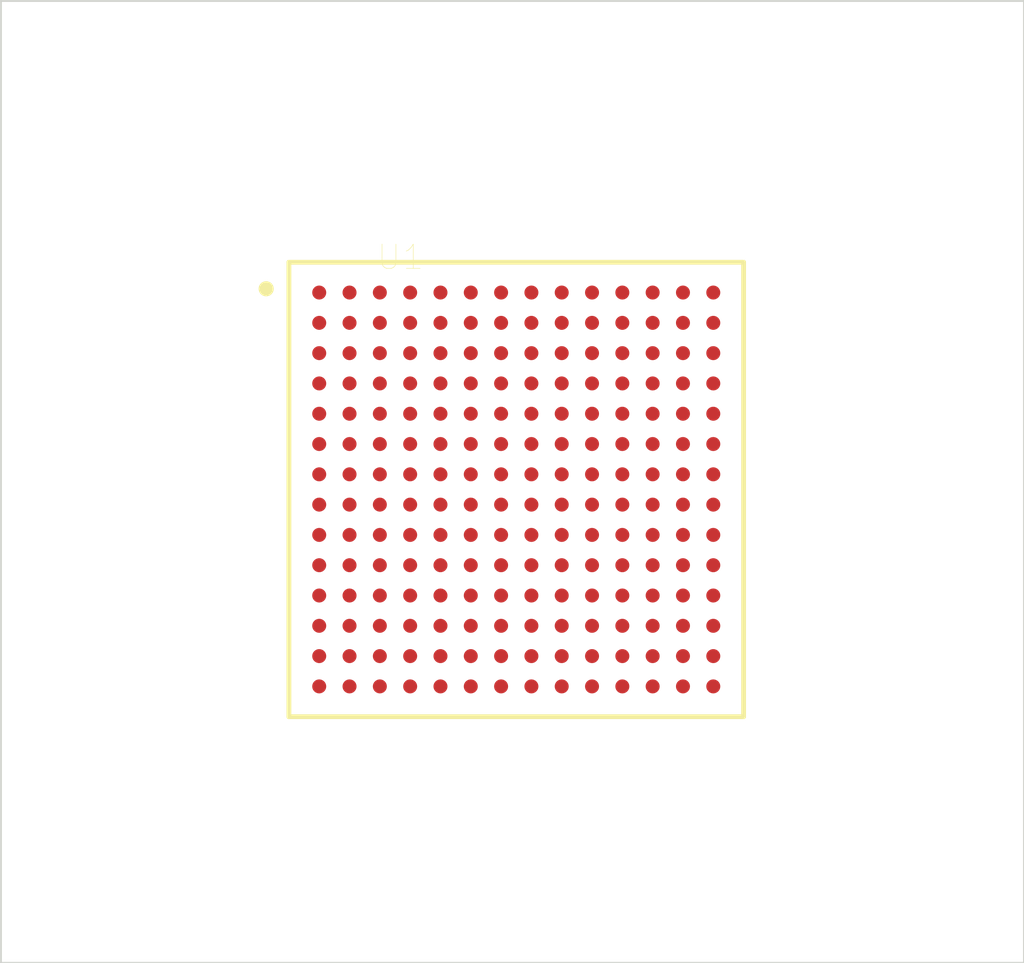
<source format=kicad_pcb>
(kicad_pcb (version 20171130) (host pcbnew "(5.1.4-0-10_14)")

  (general
    (thickness 1.6)
    (drawings 4)
    (tracks 0)
    (zones 0)
    (modules 1)
    (nets 165)
  )

  (page A4)
  (layers
    (0 F.Cu signal)
    (31 B.Cu signal)
    (32 B.Adhes user)
    (33 F.Adhes user)
    (34 B.Paste user)
    (35 F.Paste user)
    (36 B.SilkS user)
    (37 F.SilkS user)
    (38 B.Mask user)
    (39 F.Mask user)
    (40 Dwgs.User user)
    (41 Cmts.User user)
    (42 Eco1.User user)
    (43 Eco2.User user)
    (44 Edge.Cuts user)
    (45 Margin user)
    (46 B.CrtYd user)
    (47 F.CrtYd user)
    (48 B.Fab user)
    (49 F.Fab user)
  )

  (setup
    (last_trace_width 0.25)
    (trace_clearance 0.2)
    (zone_clearance 0.508)
    (zone_45_only no)
    (trace_min 0.2)
    (via_size 0.8)
    (via_drill 0.4)
    (via_min_size 0.4)
    (via_min_drill 0.3)
    (uvia_size 0.3)
    (uvia_drill 0.1)
    (uvias_allowed no)
    (uvia_min_size 0.2)
    (uvia_min_drill 0.1)
    (edge_width 0.05)
    (segment_width 0.2)
    (pcb_text_width 0.3)
    (pcb_text_size 1.5 1.5)
    (mod_edge_width 0.12)
    (mod_text_size 1 1)
    (mod_text_width 0.15)
    (pad_size 1.524 1.524)
    (pad_drill 0.762)
    (pad_to_mask_clearance 0.051)
    (solder_mask_min_width 0.25)
    (aux_axis_origin 0 0)
    (visible_elements FFFFFF7F)
    (pcbplotparams
      (layerselection 0x010fc_ffffffff)
      (usegerberextensions false)
      (usegerberattributes false)
      (usegerberadvancedattributes false)
      (creategerberjobfile false)
      (excludeedgelayer true)
      (linewidth 0.100000)
      (plotframeref false)
      (viasonmask false)
      (mode 1)
      (useauxorigin false)
      (hpglpennumber 1)
      (hpglpenspeed 20)
      (hpglpendiameter 15.000000)
      (psnegative false)
      (psa4output false)
      (plotreference true)
      (plotvalue true)
      (plotinvisibletext false)
      (padsonsilk false)
      (subtractmaskfromsilk false)
      (outputformat 1)
      (mirror false)
      (drillshape 0)
      (scaleselection 1)
      (outputdirectory "gerbers/"))
  )

  (net 0 "")
  (net 1 "Net-(U1-PadA1)")
  (net 2 "Net-(U1-PadP13)")
  (net 3 "Net-(U1-PadP12)")
  (net 4 "Net-(U1-PadP11)")
  (net 5 "Net-(U1-PadP10)")
  (net 6 "Net-(U1-PadP9)")
  (net 7 "Net-(U1-PadP8)")
  (net 8 "Net-(U1-PadP7)")
  (net 9 "Net-(U1-PadP6)")
  (net 10 "Net-(U1-PadP5)")
  (net 11 "Net-(U1-PadP4)")
  (net 12 "Net-(U1-PadP3)")
  (net 13 "Net-(U1-PadP2)")
  (net 14 "Net-(U1-PadN14)")
  (net 15 "Net-(U1-PadN13)")
  (net 16 "Net-(U1-PadN12)")
  (net 17 "Net-(U1-PadN11)")
  (net 18 "Net-(U1-PadN10)")
  (net 19 "Net-(U1-PadN9)")
  (net 20 "Net-(U1-PadN7)")
  (net 21 "Net-(U1-PadN6)")
  (net 22 "Net-(U1-PadN4)")
  (net 23 "Net-(U1-PadN3)")
  (net 24 "Net-(U1-PadN1)")
  (net 25 "Net-(U1-PadM14)")
  (net 26 "Net-(U1-PadM13)")
  (net 27 "Net-(U1-PadM12)")
  (net 28 "Net-(U1-PadM11)")
  (net 29 "Net-(U1-PadM10)")
  (net 30 "Net-(U1-PadM9)")
  (net 31 "Net-(U1-PadM8)")
  (net 32 "Net-(U1-PadM7)")
  (net 33 "Net-(U1-PadM6)")
  (net 34 "Net-(U1-PadM5)")
  (net 35 "Net-(U1-PadM4)")
  (net 36 "Net-(U1-PadM3)")
  (net 37 "Net-(U1-PadM1)")
  (net 38 "Net-(U1-PadL14)")
  (net 39 "Net-(U1-PadL13)")
  (net 40 "Net-(U1-PadL12)")
  (net 41 "Net-(U1-PadL11)")
  (net 42 "Net-(U1-PadL10)")
  (net 43 "Net-(U1-PadL8)")
  (net 44 "Net-(U1-PadL7)")
  (net 45 "Net-(U1-PadL6)")
  (net 46 "Net-(U1-PadL5)")
  (net 47 "Net-(U1-PadL4)")
  (net 48 "Net-(U1-PadL3)")
  (net 49 "Net-(U1-PadL1)")
  (net 50 "Net-(U1-PadK14)")
  (net 51 "Net-(U1-PadK12)")
  (net 52 "Net-(U1-PadK11)")
  (net 53 "Net-(U1-PadK10)")
  (net 54 "Net-(U1-PadK9)")
  (net 55 "Net-(U1-PadK8)")
  (net 56 "Net-(U1-PadK7)")
  (net 57 "Net-(U1-PadK6)")
  (net 58 "Net-(U1-PadK5)")
  (net 59 "Net-(U1-PadK4)")
  (net 60 "Net-(U1-PadK3)")
  (net 61 "Net-(U1-PadK1)")
  (net 62 "Net-(U1-PadJ14)")
  (net 63 "Net-(U1-PadJ13)")
  (net 64 "Net-(U1-PadJ12)")
  (net 65 "Net-(U1-PadJ11)")
  (net 66 "Net-(U1-PadE9)")
  (net 67 "Net-(U1-PadF6)")
  (net 68 "Net-(U1-PadJ6)")
  (net 69 "Net-(U1-PadJ5)")
  (net 70 "Net-(U1-PadJ4)")
  (net 71 "Net-(U1-PadJ3)")
  (net 72 "Net-(U1-PadJ2)")
  (net 73 "Net-(U1-PadJ1)")
  (net 74 "Net-(U1-PadH14)")
  (net 75 "Net-(U1-PadH13)")
  (net 76 "Net-(U1-PadH12)")
  (net 77 "Net-(U1-PadH11)")
  (net 78 "Net-(U1-PadH10)")
  (net 79 "Net-(U1-PadH5)")
  (net 80 "Net-(U1-PadH4)")
  (net 81 "Net-(U1-PadH3)")
  (net 82 "Net-(U1-PadH2)")
  (net 83 "Net-(U1-PadH1)")
  (net 84 "Net-(U1-PadG14)")
  (net 85 "Net-(U1-PadG13)")
  (net 86 "Net-(U1-PadG12)")
  (net 87 "Net-(U1-PadG11)")
  (net 88 "Net-(U1-PadG10)")
  (net 89 "Net-(U1-PadG5)")
  (net 90 "Net-(U1-PadG4)")
  (net 91 "Net-(U1-PadG3)")
  (net 92 "Net-(U1-PadG2)")
  (net 93 "Net-(U1-PadG1)")
  (net 94 "Net-(U1-PadF14)")
  (net 95 "Net-(U1-PadF13)")
  (net 96 "Net-(U1-PadF12)")
  (net 97 "Net-(U1-PadF11)")
  (net 98 "Net-(U1-PadE6)")
  (net 99 "Net-(U1-PadF4)")
  (net 100 "Net-(U1-PadF3)")
  (net 101 "Net-(U1-PadF2)")
  (net 102 "Net-(U1-PadF1)")
  (net 103 "Net-(U1-PadE14)")
  (net 104 "Net-(U1-PadE12)")
  (net 105 "Net-(U1-PadE11)")
  (net 106 "Net-(U1-PadE10)")
  (net 107 "Net-(U1-PadE8)")
  (net 108 "Net-(U1-PadE7)")
  (net 109 "Net-(U1-PadE5)")
  (net 110 "Net-(U1-PadE4)")
  (net 111 "Net-(U1-PadE3)")
  (net 112 "Net-(U1-PadE1)")
  (net 113 "Net-(U1-PadD14)")
  (net 114 "Net-(U1-PadD13)")
  (net 115 "Net-(U1-PadD12)")
  (net 116 "Net-(U1-PadD11)")
  (net 117 "Net-(U1-PadD10)")
  (net 118 "Net-(U1-PadD9)")
  (net 119 "Net-(U1-PadD8)")
  (net 120 "Net-(U1-PadD7)")
  (net 121 "Net-(U1-PadD6)")
  (net 122 "Net-(U1-PadD5)")
  (net 123 "Net-(U1-PadD4)")
  (net 124 "Net-(U1-PadD3)")
  (net 125 "Net-(U1-PadD2)")
  (net 126 "Net-(U1-PadD1)")
  (net 127 "Net-(U1-PadC14)")
  (net 128 "Net-(U1-PadC13)")
  (net 129 "Net-(U1-PadC12)")
  (net 130 "Net-(U1-PadC11)")
  (net 131 "Net-(U1-PadC10)")
  (net 132 "Net-(U1-PadC9)")
  (net 133 "Net-(U1-PadC8)")
  (net 134 "Net-(U1-PadC7)")
  (net 135 "Net-(U1-PadC6)")
  (net 136 "Net-(U1-PadC5)")
  (net 137 "Net-(U1-PadC4)")
  (net 138 "Net-(U1-PadC3)")
  (net 139 "Net-(U1-PadC2)")
  (net 140 "Net-(U1-PadC1)")
  (net 141 "Net-(U1-PadB14)")
  (net 142 "Net-(U1-PadB13)")
  (net 143 "Net-(U1-PadB12)")
  (net 144 "Net-(U1-PadB11)")
  (net 145 "Net-(U1-PadB9)")
  (net 146 "Net-(U1-PadB8)")
  (net 147 "Net-(U1-PadB7)")
  (net 148 "Net-(U1-PadB6)")
  (net 149 "Net-(U1-PadB4)")
  (net 150 "Net-(U1-PadB3)")
  (net 151 "Net-(U1-PadB2)")
  (net 152 "Net-(U1-PadB1)")
  (net 153 "Net-(U1-PadA13)")
  (net 154 "Net-(U1-PadA12)")
  (net 155 "Net-(U1-PadA11)")
  (net 156 "Net-(U1-PadA10)")
  (net 157 "Net-(U1-PadA9)")
  (net 158 "Net-(U1-PadA8)")
  (net 159 "Net-(U1-PadA7)")
  (net 160 "Net-(U1-PadA6)")
  (net 161 "Net-(U1-PadA5)")
  (net 162 "Net-(U1-PadA4)")
  (net 163 "Net-(U1-PadA3)")
  (net 164 "Net-(U1-PadA2)")

  (net_class Default "This is the default net class."
    (clearance 0.2)
    (trace_width 0.25)
    (via_dia 0.8)
    (via_drill 0.4)
    (uvia_dia 0.3)
    (uvia_drill 0.1)
    (add_net "Net-(U1-PadA1)")
    (add_net "Net-(U1-PadA10)")
    (add_net "Net-(U1-PadA11)")
    (add_net "Net-(U1-PadA12)")
    (add_net "Net-(U1-PadA13)")
    (add_net "Net-(U1-PadA2)")
    (add_net "Net-(U1-PadA3)")
    (add_net "Net-(U1-PadA4)")
    (add_net "Net-(U1-PadA5)")
    (add_net "Net-(U1-PadA6)")
    (add_net "Net-(U1-PadA7)")
    (add_net "Net-(U1-PadA8)")
    (add_net "Net-(U1-PadA9)")
    (add_net "Net-(U1-PadB1)")
    (add_net "Net-(U1-PadB11)")
    (add_net "Net-(U1-PadB12)")
    (add_net "Net-(U1-PadB13)")
    (add_net "Net-(U1-PadB14)")
    (add_net "Net-(U1-PadB2)")
    (add_net "Net-(U1-PadB3)")
    (add_net "Net-(U1-PadB4)")
    (add_net "Net-(U1-PadB6)")
    (add_net "Net-(U1-PadB7)")
    (add_net "Net-(U1-PadB8)")
    (add_net "Net-(U1-PadB9)")
    (add_net "Net-(U1-PadC1)")
    (add_net "Net-(U1-PadC10)")
    (add_net "Net-(U1-PadC11)")
    (add_net "Net-(U1-PadC12)")
    (add_net "Net-(U1-PadC13)")
    (add_net "Net-(U1-PadC14)")
    (add_net "Net-(U1-PadC2)")
    (add_net "Net-(U1-PadC3)")
    (add_net "Net-(U1-PadC4)")
    (add_net "Net-(U1-PadC5)")
    (add_net "Net-(U1-PadC6)")
    (add_net "Net-(U1-PadC7)")
    (add_net "Net-(U1-PadC8)")
    (add_net "Net-(U1-PadC9)")
    (add_net "Net-(U1-PadD1)")
    (add_net "Net-(U1-PadD10)")
    (add_net "Net-(U1-PadD11)")
    (add_net "Net-(U1-PadD12)")
    (add_net "Net-(U1-PadD13)")
    (add_net "Net-(U1-PadD14)")
    (add_net "Net-(U1-PadD2)")
    (add_net "Net-(U1-PadD3)")
    (add_net "Net-(U1-PadD4)")
    (add_net "Net-(U1-PadD5)")
    (add_net "Net-(U1-PadD6)")
    (add_net "Net-(U1-PadD7)")
    (add_net "Net-(U1-PadD8)")
    (add_net "Net-(U1-PadD9)")
    (add_net "Net-(U1-PadE1)")
    (add_net "Net-(U1-PadE10)")
    (add_net "Net-(U1-PadE11)")
    (add_net "Net-(U1-PadE12)")
    (add_net "Net-(U1-PadE14)")
    (add_net "Net-(U1-PadE3)")
    (add_net "Net-(U1-PadE4)")
    (add_net "Net-(U1-PadE5)")
    (add_net "Net-(U1-PadE6)")
    (add_net "Net-(U1-PadE7)")
    (add_net "Net-(U1-PadE8)")
    (add_net "Net-(U1-PadE9)")
    (add_net "Net-(U1-PadF1)")
    (add_net "Net-(U1-PadF11)")
    (add_net "Net-(U1-PadF12)")
    (add_net "Net-(U1-PadF13)")
    (add_net "Net-(U1-PadF14)")
    (add_net "Net-(U1-PadF2)")
    (add_net "Net-(U1-PadF3)")
    (add_net "Net-(U1-PadF4)")
    (add_net "Net-(U1-PadF6)")
    (add_net "Net-(U1-PadG1)")
    (add_net "Net-(U1-PadG10)")
    (add_net "Net-(U1-PadG11)")
    (add_net "Net-(U1-PadG12)")
    (add_net "Net-(U1-PadG13)")
    (add_net "Net-(U1-PadG14)")
    (add_net "Net-(U1-PadG2)")
    (add_net "Net-(U1-PadG3)")
    (add_net "Net-(U1-PadG4)")
    (add_net "Net-(U1-PadG5)")
    (add_net "Net-(U1-PadH1)")
    (add_net "Net-(U1-PadH10)")
    (add_net "Net-(U1-PadH11)")
    (add_net "Net-(U1-PadH12)")
    (add_net "Net-(U1-PadH13)")
    (add_net "Net-(U1-PadH14)")
    (add_net "Net-(U1-PadH2)")
    (add_net "Net-(U1-PadH3)")
    (add_net "Net-(U1-PadH4)")
    (add_net "Net-(U1-PadH5)")
    (add_net "Net-(U1-PadJ1)")
    (add_net "Net-(U1-PadJ11)")
    (add_net "Net-(U1-PadJ12)")
    (add_net "Net-(U1-PadJ13)")
    (add_net "Net-(U1-PadJ14)")
    (add_net "Net-(U1-PadJ2)")
    (add_net "Net-(U1-PadJ3)")
    (add_net "Net-(U1-PadJ4)")
    (add_net "Net-(U1-PadJ5)")
    (add_net "Net-(U1-PadJ6)")
    (add_net "Net-(U1-PadK1)")
    (add_net "Net-(U1-PadK10)")
    (add_net "Net-(U1-PadK11)")
    (add_net "Net-(U1-PadK12)")
    (add_net "Net-(U1-PadK14)")
    (add_net "Net-(U1-PadK3)")
    (add_net "Net-(U1-PadK4)")
    (add_net "Net-(U1-PadK5)")
    (add_net "Net-(U1-PadK6)")
    (add_net "Net-(U1-PadK7)")
    (add_net "Net-(U1-PadK8)")
    (add_net "Net-(U1-PadK9)")
    (add_net "Net-(U1-PadL1)")
    (add_net "Net-(U1-PadL10)")
    (add_net "Net-(U1-PadL11)")
    (add_net "Net-(U1-PadL12)")
    (add_net "Net-(U1-PadL13)")
    (add_net "Net-(U1-PadL14)")
    (add_net "Net-(U1-PadL3)")
    (add_net "Net-(U1-PadL4)")
    (add_net "Net-(U1-PadL5)")
    (add_net "Net-(U1-PadL6)")
    (add_net "Net-(U1-PadL7)")
    (add_net "Net-(U1-PadL8)")
    (add_net "Net-(U1-PadM1)")
    (add_net "Net-(U1-PadM10)")
    (add_net "Net-(U1-PadM11)")
    (add_net "Net-(U1-PadM12)")
    (add_net "Net-(U1-PadM13)")
    (add_net "Net-(U1-PadM14)")
    (add_net "Net-(U1-PadM3)")
    (add_net "Net-(U1-PadM4)")
    (add_net "Net-(U1-PadM5)")
    (add_net "Net-(U1-PadM6)")
    (add_net "Net-(U1-PadM7)")
    (add_net "Net-(U1-PadM8)")
    (add_net "Net-(U1-PadM9)")
    (add_net "Net-(U1-PadN1)")
    (add_net "Net-(U1-PadN10)")
    (add_net "Net-(U1-PadN11)")
    (add_net "Net-(U1-PadN12)")
    (add_net "Net-(U1-PadN13)")
    (add_net "Net-(U1-PadN14)")
    (add_net "Net-(U1-PadN3)")
    (add_net "Net-(U1-PadN4)")
    (add_net "Net-(U1-PadN6)")
    (add_net "Net-(U1-PadN7)")
    (add_net "Net-(U1-PadN9)")
    (add_net "Net-(U1-PadP10)")
    (add_net "Net-(U1-PadP11)")
    (add_net "Net-(U1-PadP12)")
    (add_net "Net-(U1-PadP13)")
    (add_net "Net-(U1-PadP2)")
    (add_net "Net-(U1-PadP3)")
    (add_net "Net-(U1-PadP4)")
    (add_net "Net-(U1-PadP5)")
    (add_net "Net-(U1-PadP6)")
    (add_net "Net-(U1-PadP7)")
    (add_net "Net-(U1-PadP8)")
    (add_net "Net-(U1-PadP9)")
  )

  (module teensy_beats_parts:BGA196C80P14X14_1200X1200X161N (layer F.Cu) (tedit 5FC5CC1F) (tstamp 5FF32D5E)
    (at 178.6 94.4)
    (path /5FF2DADA)
    (fp_text reference U1 (at -3.053855 -6.133161) (layer F.SilkS)
      (effects (font (size 0.64123 0.64123) (thickness 0.015)))
    )
    (fp_text value MIMXRT1062DVL6A (at 7.25465 5.829152) (layer F.Fab)
      (effects (font (size 0.641383 0.641383) (thickness 0.015)))
    )
    (fp_circle (center -6.6 -5.3) (end -6.5 -5.3) (layer F.Fab) (width 0.2))
    (fp_circle (center -6.6 -5.3) (end -6.5 -5.3) (layer F.SilkS) (width 0.2))
    (fp_line (start -6.5 6.5) (end -6.5 -6.5) (layer F.CrtYd) (width 0.05))
    (fp_line (start 6.5 6.5) (end -6.5 6.5) (layer F.CrtYd) (width 0.05))
    (fp_line (start 6.5 -6.5) (end 6.5 6.5) (layer F.CrtYd) (width 0.05))
    (fp_line (start -6.5 -6.5) (end 6.5 -6.5) (layer F.CrtYd) (width 0.05))
    (fp_line (start 6 6) (end -6 6) (layer F.SilkS) (width 0.127))
    (fp_line (start 6 -6) (end 6 6) (layer F.SilkS) (width 0.127))
    (fp_line (start -6 6) (end -6 -6) (layer F.SilkS) (width 0.127))
    (fp_line (start -6 -6) (end 6 -6) (layer F.SilkS) (width 0.127))
    (fp_line (start -6 6) (end -6 -6) (layer F.Fab) (width 0.127))
    (fp_line (start 6 6) (end -6 6) (layer F.Fab) (width 0.127))
    (fp_line (start 6 -6) (end 6 6) (layer F.Fab) (width 0.127))
    (fp_line (start -6 -6) (end 6 -6) (layer F.Fab) (width 0.127))
    (pad P14 smd circle (at 5.2 5.2) (size 0.37 0.37) (layers F.Cu F.Paste F.Mask)
      (net 1 "Net-(U1-PadA1)"))
    (pad P13 smd circle (at 4.4 5.2) (size 0.37 0.37) (layers F.Cu F.Paste F.Mask)
      (net 2 "Net-(U1-PadP13)"))
    (pad P12 smd circle (at 3.6 5.2) (size 0.37 0.37) (layers F.Cu F.Paste F.Mask)
      (net 3 "Net-(U1-PadP12)"))
    (pad P11 smd circle (at 2.8 5.2) (size 0.37 0.37) (layers F.Cu F.Paste F.Mask)
      (net 4 "Net-(U1-PadP11)"))
    (pad P10 smd circle (at 2 5.2) (size 0.37 0.37) (layers F.Cu F.Paste F.Mask)
      (net 5 "Net-(U1-PadP10)"))
    (pad P9 smd circle (at 1.2 5.2) (size 0.37 0.37) (layers F.Cu F.Paste F.Mask)
      (net 6 "Net-(U1-PadP9)"))
    (pad P8 smd circle (at 0.4 5.2) (size 0.37 0.37) (layers F.Cu F.Paste F.Mask)
      (net 7 "Net-(U1-PadP8)"))
    (pad P7 smd circle (at -0.4 5.2) (size 0.37 0.37) (layers F.Cu F.Paste F.Mask)
      (net 8 "Net-(U1-PadP7)"))
    (pad P6 smd circle (at -1.2 5.2) (size 0.37 0.37) (layers F.Cu F.Paste F.Mask)
      (net 9 "Net-(U1-PadP6)"))
    (pad P5 smd circle (at -2 5.2) (size 0.37 0.37) (layers F.Cu F.Paste F.Mask)
      (net 10 "Net-(U1-PadP5)"))
    (pad P4 smd circle (at -2.8 5.2) (size 0.37 0.37) (layers F.Cu F.Paste F.Mask)
      (net 11 "Net-(U1-PadP4)"))
    (pad P3 smd circle (at -3.6 5.2) (size 0.37 0.37) (layers F.Cu F.Paste F.Mask)
      (net 12 "Net-(U1-PadP3)"))
    (pad P2 smd circle (at -4.4 5.2) (size 0.37 0.37) (layers F.Cu F.Paste F.Mask)
      (net 13 "Net-(U1-PadP2)"))
    (pad N14 smd circle (at 5.2 4.4) (size 0.37 0.37) (layers F.Cu F.Paste F.Mask)
      (net 14 "Net-(U1-PadN14)"))
    (pad N13 smd circle (at 4.4 4.4) (size 0.37 0.37) (layers F.Cu F.Paste F.Mask)
      (net 15 "Net-(U1-PadN13)"))
    (pad N12 smd circle (at 3.6 4.4) (size 0.37 0.37) (layers F.Cu F.Paste F.Mask)
      (net 16 "Net-(U1-PadN12)"))
    (pad N11 smd circle (at 2.8 4.4) (size 0.37 0.37) (layers F.Cu F.Paste F.Mask)
      (net 17 "Net-(U1-PadN11)"))
    (pad N10 smd circle (at 2 4.4) (size 0.37 0.37) (layers F.Cu F.Paste F.Mask)
      (net 18 "Net-(U1-PadN10)"))
    (pad N9 smd circle (at 1.2 4.4) (size 0.37 0.37) (layers F.Cu F.Paste F.Mask)
      (net 19 "Net-(U1-PadN9)"))
    (pad N8 smd circle (at 0.4 4.4) (size 0.37 0.37) (layers F.Cu F.Paste F.Mask)
      (net 1 "Net-(U1-PadA1)"))
    (pad N7 smd circle (at -0.4 4.4) (size 0.37 0.37) (layers F.Cu F.Paste F.Mask)
      (net 20 "Net-(U1-PadN7)"))
    (pad N6 smd circle (at -1.2 4.4) (size 0.37 0.37) (layers F.Cu F.Paste F.Mask)
      (net 21 "Net-(U1-PadN6)"))
    (pad N5 smd circle (at -2 4.4) (size 0.37 0.37) (layers F.Cu F.Paste F.Mask)
      (net 1 "Net-(U1-PadA1)"))
    (pad N4 smd circle (at -2.8 4.4) (size 0.37 0.37) (layers F.Cu F.Paste F.Mask)
      (net 22 "Net-(U1-PadN4)"))
    (pad N3 smd circle (at -3.6 4.4) (size 0.37 0.37) (layers F.Cu F.Paste F.Mask)
      (net 23 "Net-(U1-PadN3)"))
    (pad N2 smd circle (at -4.4 4.4) (size 0.37 0.37) (layers F.Cu F.Paste F.Mask)
      (net 24 "Net-(U1-PadN1)"))
    (pad M14 smd circle (at 5.2 3.6) (size 0.37 0.37) (layers F.Cu F.Paste F.Mask)
      (net 25 "Net-(U1-PadM14)"))
    (pad M13 smd circle (at 4.4 3.6) (size 0.37 0.37) (layers F.Cu F.Paste F.Mask)
      (net 26 "Net-(U1-PadM13)"))
    (pad M12 smd circle (at 3.6 3.6) (size 0.37 0.37) (layers F.Cu F.Paste F.Mask)
      (net 27 "Net-(U1-PadM12)"))
    (pad M11 smd circle (at 2.8 3.6) (size 0.37 0.37) (layers F.Cu F.Paste F.Mask)
      (net 28 "Net-(U1-PadM11)"))
    (pad M10 smd circle (at 2 3.6) (size 0.37 0.37) (layers F.Cu F.Paste F.Mask)
      (net 29 "Net-(U1-PadM10)"))
    (pad M9 smd circle (at 1.2 3.6) (size 0.37 0.37) (layers F.Cu F.Paste F.Mask)
      (net 30 "Net-(U1-PadM9)"))
    (pad M8 smd circle (at 0.4 3.6) (size 0.37 0.37) (layers F.Cu F.Paste F.Mask)
      (net 31 "Net-(U1-PadM8)"))
    (pad M7 smd circle (at -0.4 3.6) (size 0.37 0.37) (layers F.Cu F.Paste F.Mask)
      (net 32 "Net-(U1-PadM7)"))
    (pad M6 smd circle (at -1.2 3.6) (size 0.37 0.37) (layers F.Cu F.Paste F.Mask)
      (net 33 "Net-(U1-PadM6)"))
    (pad M5 smd circle (at -2 3.6) (size 0.37 0.37) (layers F.Cu F.Paste F.Mask)
      (net 34 "Net-(U1-PadM5)"))
    (pad M4 smd circle (at -2.8 3.6) (size 0.37 0.37) (layers F.Cu F.Paste F.Mask)
      (net 35 "Net-(U1-PadM4)"))
    (pad M3 smd circle (at -3.6 3.6) (size 0.37 0.37) (layers F.Cu F.Paste F.Mask)
      (net 36 "Net-(U1-PadM3)"))
    (pad M2 smd circle (at -4.4 3.6) (size 0.37 0.37) (layers F.Cu F.Paste F.Mask)
      (net 37 "Net-(U1-PadM1)"))
    (pad L14 smd circle (at 5.2 2.8) (size 0.37 0.37) (layers F.Cu F.Paste F.Mask)
      (net 38 "Net-(U1-PadL14)"))
    (pad L13 smd circle (at 4.4 2.8) (size 0.37 0.37) (layers F.Cu F.Paste F.Mask)
      (net 39 "Net-(U1-PadL13)"))
    (pad L12 smd circle (at 3.6 2.8) (size 0.37 0.37) (layers F.Cu F.Paste F.Mask)
      (net 40 "Net-(U1-PadL12)"))
    (pad L11 smd circle (at 2.8 2.8) (size 0.37 0.37) (layers F.Cu F.Paste F.Mask)
      (net 41 "Net-(U1-PadL11)"))
    (pad L10 smd circle (at 2 2.8) (size 0.37 0.37) (layers F.Cu F.Paste F.Mask)
      (net 42 "Net-(U1-PadL10)"))
    (pad L9 smd circle (at 1.2 2.8) (size 0.37 0.37) (layers F.Cu F.Paste F.Mask)
      (net 1 "Net-(U1-PadA1)"))
    (pad L8 smd circle (at 0.4 2.8) (size 0.37 0.37) (layers F.Cu F.Paste F.Mask)
      (net 43 "Net-(U1-PadL8)"))
    (pad L7 smd circle (at -0.4 2.8) (size 0.37 0.37) (layers F.Cu F.Paste F.Mask)
      (net 44 "Net-(U1-PadL7)"))
    (pad L6 smd circle (at -1.2 2.8) (size 0.37 0.37) (layers F.Cu F.Paste F.Mask)
      (net 45 "Net-(U1-PadL6)"))
    (pad L5 smd circle (at -2 2.8) (size 0.37 0.37) (layers F.Cu F.Paste F.Mask)
      (net 46 "Net-(U1-PadL5)"))
    (pad L4 smd circle (at -2.8 2.8) (size 0.37 0.37) (layers F.Cu F.Paste F.Mask)
      (net 47 "Net-(U1-PadL4)"))
    (pad L3 smd circle (at -3.6 2.8) (size 0.37 0.37) (layers F.Cu F.Paste F.Mask)
      (net 48 "Net-(U1-PadL3)"))
    (pad L2 smd circle (at -4.4 2.8) (size 0.37 0.37) (layers F.Cu F.Paste F.Mask)
      (net 49 "Net-(U1-PadL1)"))
    (pad K14 smd circle (at 5.2 2) (size 0.37 0.37) (layers F.Cu F.Paste F.Mask)
      (net 50 "Net-(U1-PadK14)"))
    (pad K13 smd circle (at 4.4 2) (size 0.37 0.37) (layers F.Cu F.Paste F.Mask)
      (net 1 "Net-(U1-PadA1)"))
    (pad K12 smd circle (at 3.6 2) (size 0.37 0.37) (layers F.Cu F.Paste F.Mask)
      (net 51 "Net-(U1-PadK12)"))
    (pad K11 smd circle (at 2.8 2) (size 0.37 0.37) (layers F.Cu F.Paste F.Mask)
      (net 52 "Net-(U1-PadK11)"))
    (pad K10 smd circle (at 2 2) (size 0.37 0.37) (layers F.Cu F.Paste F.Mask)
      (net 53 "Net-(U1-PadK10)"))
    (pad K9 smd circle (at 1.2 2) (size 0.37 0.37) (layers F.Cu F.Paste F.Mask)
      (net 54 "Net-(U1-PadK9)"))
    (pad K8 smd circle (at 0.4 2) (size 0.37 0.37) (layers F.Cu F.Paste F.Mask)
      (net 55 "Net-(U1-PadK8)"))
    (pad K7 smd circle (at -0.4 2) (size 0.37 0.37) (layers F.Cu F.Paste F.Mask)
      (net 56 "Net-(U1-PadK7)"))
    (pad K6 smd circle (at -1.2 2) (size 0.37 0.37) (layers F.Cu F.Paste F.Mask)
      (net 57 "Net-(U1-PadK6)"))
    (pad K5 smd circle (at -2 2) (size 0.37 0.37) (layers F.Cu F.Paste F.Mask)
      (net 58 "Net-(U1-PadK5)"))
    (pad K4 smd circle (at -2.8 2) (size 0.37 0.37) (layers F.Cu F.Paste F.Mask)
      (net 59 "Net-(U1-PadK4)"))
    (pad K3 smd circle (at -3.6 2) (size 0.37 0.37) (layers F.Cu F.Paste F.Mask)
      (net 60 "Net-(U1-PadK3)"))
    (pad K2 smd circle (at -4.4 2) (size 0.37 0.37) (layers F.Cu F.Paste F.Mask)
      (net 1 "Net-(U1-PadA1)"))
    (pad J14 smd circle (at 5.2 1.2) (size 0.37 0.37) (layers F.Cu F.Paste F.Mask)
      (net 62 "Net-(U1-PadJ14)"))
    (pad J13 smd circle (at 4.4 1.2) (size 0.37 0.37) (layers F.Cu F.Paste F.Mask)
      (net 63 "Net-(U1-PadJ13)"))
    (pad J12 smd circle (at 3.6 1.2) (size 0.37 0.37) (layers F.Cu F.Paste F.Mask)
      (net 64 "Net-(U1-PadJ12)"))
    (pad J11 smd circle (at 2.8 1.2) (size 0.37 0.37) (layers F.Cu F.Paste F.Mask)
      (net 65 "Net-(U1-PadJ11)"))
    (pad J10 smd circle (at 2 1.2) (size 0.37 0.37) (layers F.Cu F.Paste F.Mask)
      (net 66 "Net-(U1-PadE9)"))
    (pad J9 smd circle (at 1.2 1.2) (size 0.37 0.37) (layers F.Cu F.Paste F.Mask)
      (net 67 "Net-(U1-PadF6)"))
    (pad J8 smd circle (at 0.4 1.2) (size 0.37 0.37) (layers F.Cu F.Paste F.Mask)
      (net 1 "Net-(U1-PadA1)"))
    (pad J7 smd circle (at -0.4 1.2) (size 0.37 0.37) (layers F.Cu F.Paste F.Mask)
      (net 1 "Net-(U1-PadA1)"))
    (pad J6 smd circle (at -1.2 1.2) (size 0.37 0.37) (layers F.Cu F.Paste F.Mask)
      (net 68 "Net-(U1-PadJ6)"))
    (pad J5 smd circle (at -2 1.2) (size 0.37 0.37) (layers F.Cu F.Paste F.Mask)
      (net 69 "Net-(U1-PadJ5)"))
    (pad J4 smd circle (at -2.8 1.2) (size 0.37 0.37) (layers F.Cu F.Paste F.Mask)
      (net 70 "Net-(U1-PadJ4)"))
    (pad J3 smd circle (at -3.6 1.2) (size 0.37 0.37) (layers F.Cu F.Paste F.Mask)
      (net 71 "Net-(U1-PadJ3)"))
    (pad J2 smd circle (at -4.4 1.2) (size 0.37 0.37) (layers F.Cu F.Paste F.Mask)
      (net 72 "Net-(U1-PadJ2)"))
    (pad H14 smd circle (at 5.2 0.4) (size 0.37 0.37) (layers F.Cu F.Paste F.Mask)
      (net 74 "Net-(U1-PadH14)"))
    (pad H13 smd circle (at 4.4 0.4) (size 0.37 0.37) (layers F.Cu F.Paste F.Mask)
      (net 75 "Net-(U1-PadH13)"))
    (pad H12 smd circle (at 3.6 0.4) (size 0.37 0.37) (layers F.Cu F.Paste F.Mask)
      (net 76 "Net-(U1-PadH12)"))
    (pad H11 smd circle (at 2.8 0.4) (size 0.37 0.37) (layers F.Cu F.Paste F.Mask)
      (net 77 "Net-(U1-PadH11)"))
    (pad H10 smd circle (at 2 0.4) (size 0.37 0.37) (layers F.Cu F.Paste F.Mask)
      (net 78 "Net-(U1-PadH10)"))
    (pad H9 smd circle (at 1.2 0.4) (size 0.37 0.37) (layers F.Cu F.Paste F.Mask)
      (net 67 "Net-(U1-PadF6)"))
    (pad H8 smd circle (at 0.4 0.4) (size 0.37 0.37) (layers F.Cu F.Paste F.Mask)
      (net 1 "Net-(U1-PadA1)"))
    (pad H7 smd circle (at -0.4 0.4) (size 0.37 0.37) (layers F.Cu F.Paste F.Mask)
      (net 1 "Net-(U1-PadA1)"))
    (pad H6 smd circle (at -1.2 0.4) (size 0.37 0.37) (layers F.Cu F.Paste F.Mask)
      (net 67 "Net-(U1-PadF6)"))
    (pad H5 smd circle (at -2 0.4) (size 0.37 0.37) (layers F.Cu F.Paste F.Mask)
      (net 79 "Net-(U1-PadH5)"))
    (pad H4 smd circle (at -2.8 0.4) (size 0.37 0.37) (layers F.Cu F.Paste F.Mask)
      (net 80 "Net-(U1-PadH4)"))
    (pad H3 smd circle (at -3.6 0.4) (size 0.37 0.37) (layers F.Cu F.Paste F.Mask)
      (net 81 "Net-(U1-PadH3)"))
    (pad H2 smd circle (at -4.4 0.4) (size 0.37 0.37) (layers F.Cu F.Paste F.Mask)
      (net 82 "Net-(U1-PadH2)"))
    (pad G14 smd circle (at 5.2 -0.4) (size 0.37 0.37) (layers F.Cu F.Paste F.Mask)
      (net 84 "Net-(U1-PadG14)"))
    (pad G13 smd circle (at 4.4 -0.4) (size 0.37 0.37) (layers F.Cu F.Paste F.Mask)
      (net 85 "Net-(U1-PadG13)"))
    (pad G12 smd circle (at 3.6 -0.4) (size 0.37 0.37) (layers F.Cu F.Paste F.Mask)
      (net 86 "Net-(U1-PadG12)"))
    (pad G11 smd circle (at 2.8 -0.4) (size 0.37 0.37) (layers F.Cu F.Paste F.Mask)
      (net 87 "Net-(U1-PadG11)"))
    (pad G10 smd circle (at 2 -0.4) (size 0.37 0.37) (layers F.Cu F.Paste F.Mask)
      (net 88 "Net-(U1-PadG10)"))
    (pad G9 smd circle (at 1.2 -0.4) (size 0.37 0.37) (layers F.Cu F.Paste F.Mask)
      (net 67 "Net-(U1-PadF6)"))
    (pad G8 smd circle (at 0.4 -0.4) (size 0.37 0.37) (layers F.Cu F.Paste F.Mask)
      (net 1 "Net-(U1-PadA1)"))
    (pad G7 smd circle (at -0.4 -0.4) (size 0.37 0.37) (layers F.Cu F.Paste F.Mask)
      (net 1 "Net-(U1-PadA1)"))
    (pad G6 smd circle (at -1.2 -0.4) (size 0.37 0.37) (layers F.Cu F.Paste F.Mask)
      (net 67 "Net-(U1-PadF6)"))
    (pad G5 smd circle (at -2 -0.4) (size 0.37 0.37) (layers F.Cu F.Paste F.Mask)
      (net 89 "Net-(U1-PadG5)"))
    (pad G4 smd circle (at -2.8 -0.4) (size 0.37 0.37) (layers F.Cu F.Paste F.Mask)
      (net 90 "Net-(U1-PadG4)"))
    (pad G3 smd circle (at -3.6 -0.4) (size 0.37 0.37) (layers F.Cu F.Paste F.Mask)
      (net 91 "Net-(U1-PadG3)"))
    (pad G2 smd circle (at -4.4 -0.4) (size 0.37 0.37) (layers F.Cu F.Paste F.Mask)
      (net 92 "Net-(U1-PadG2)"))
    (pad F14 smd circle (at 5.2 -1.2) (size 0.37 0.37) (layers F.Cu F.Paste F.Mask)
      (net 94 "Net-(U1-PadF14)"))
    (pad F13 smd circle (at 4.4 -1.2) (size 0.37 0.37) (layers F.Cu F.Paste F.Mask)
      (net 95 "Net-(U1-PadF13)"))
    (pad F12 smd circle (at 3.6 -1.2) (size 0.37 0.37) (layers F.Cu F.Paste F.Mask)
      (net 96 "Net-(U1-PadF12)"))
    (pad F11 smd circle (at 2.8 -1.2) (size 0.37 0.37) (layers F.Cu F.Paste F.Mask)
      (net 97 "Net-(U1-PadF11)"))
    (pad F10 smd circle (at 2 -1.2) (size 0.37 0.37) (layers F.Cu F.Paste F.Mask)
      (net 66 "Net-(U1-PadE9)"))
    (pad F9 smd circle (at 1.2 -1.2) (size 0.37 0.37) (layers F.Cu F.Paste F.Mask)
      (net 67 "Net-(U1-PadF6)"))
    (pad F8 smd circle (at 0.4 -1.2) (size 0.37 0.37) (layers F.Cu F.Paste F.Mask)
      (net 67 "Net-(U1-PadF6)"))
    (pad F7 smd circle (at -0.4 -1.2) (size 0.37 0.37) (layers F.Cu F.Paste F.Mask)
      (net 67 "Net-(U1-PadF6)"))
    (pad F6 smd circle (at -1.2 -1.2) (size 0.37 0.37) (layers F.Cu F.Paste F.Mask)
      (net 67 "Net-(U1-PadF6)"))
    (pad F5 smd circle (at -2 -1.2) (size 0.37 0.37) (layers F.Cu F.Paste F.Mask)
      (net 98 "Net-(U1-PadE6)"))
    (pad F4 smd circle (at -2.8 -1.2) (size 0.37 0.37) (layers F.Cu F.Paste F.Mask)
      (net 99 "Net-(U1-PadF4)"))
    (pad F3 smd circle (at -3.6 -1.2) (size 0.37 0.37) (layers F.Cu F.Paste F.Mask)
      (net 100 "Net-(U1-PadF3)"))
    (pad F2 smd circle (at -4.4 -1.2) (size 0.37 0.37) (layers F.Cu F.Paste F.Mask)
      (net 101 "Net-(U1-PadF2)"))
    (pad E14 smd circle (at 5.2 -2) (size 0.37 0.37) (layers F.Cu F.Paste F.Mask)
      (net 103 "Net-(U1-PadE14)"))
    (pad E13 smd circle (at 4.4 -2) (size 0.37 0.37) (layers F.Cu F.Paste F.Mask)
      (net 1 "Net-(U1-PadA1)"))
    (pad E12 smd circle (at 3.6 -2) (size 0.37 0.37) (layers F.Cu F.Paste F.Mask)
      (net 104 "Net-(U1-PadE12)"))
    (pad E11 smd circle (at 2.8 -2) (size 0.37 0.37) (layers F.Cu F.Paste F.Mask)
      (net 105 "Net-(U1-PadE11)"))
    (pad E10 smd circle (at 2 -2) (size 0.37 0.37) (layers F.Cu F.Paste F.Mask)
      (net 106 "Net-(U1-PadE10)"))
    (pad E9 smd circle (at 1.2 -2) (size 0.37 0.37) (layers F.Cu F.Paste F.Mask)
      (net 66 "Net-(U1-PadE9)"))
    (pad E8 smd circle (at 0.4 -2) (size 0.37 0.37) (layers F.Cu F.Paste F.Mask)
      (net 107 "Net-(U1-PadE8)"))
    (pad E7 smd circle (at -0.4 -2) (size 0.37 0.37) (layers F.Cu F.Paste F.Mask)
      (net 108 "Net-(U1-PadE7)"))
    (pad E6 smd circle (at -1.2 -2) (size 0.37 0.37) (layers F.Cu F.Paste F.Mask)
      (net 98 "Net-(U1-PadE6)"))
    (pad E5 smd circle (at -2 -2) (size 0.37 0.37) (layers F.Cu F.Paste F.Mask)
      (net 109 "Net-(U1-PadE5)"))
    (pad E4 smd circle (at -2.8 -2) (size 0.37 0.37) (layers F.Cu F.Paste F.Mask)
      (net 110 "Net-(U1-PadE4)"))
    (pad E3 smd circle (at -3.6 -2) (size 0.37 0.37) (layers F.Cu F.Paste F.Mask)
      (net 111 "Net-(U1-PadE3)"))
    (pad E2 smd circle (at -4.4 -2) (size 0.37 0.37) (layers F.Cu F.Paste F.Mask)
      (net 1 "Net-(U1-PadA1)"))
    (pad D14 smd circle (at 5.2 -2.8) (size 0.37 0.37) (layers F.Cu F.Paste F.Mask)
      (net 113 "Net-(U1-PadD14)"))
    (pad D13 smd circle (at 4.4 -2.8) (size 0.37 0.37) (layers F.Cu F.Paste F.Mask)
      (net 114 "Net-(U1-PadD13)"))
    (pad D12 smd circle (at 3.6 -2.8) (size 0.37 0.37) (layers F.Cu F.Paste F.Mask)
      (net 115 "Net-(U1-PadD12)"))
    (pad D11 smd circle (at 2.8 -2.8) (size 0.37 0.37) (layers F.Cu F.Paste F.Mask)
      (net 116 "Net-(U1-PadD11)"))
    (pad D10 smd circle (at 2 -2.8) (size 0.37 0.37) (layers F.Cu F.Paste F.Mask)
      (net 117 "Net-(U1-PadD10)"))
    (pad D9 smd circle (at 1.2 -2.8) (size 0.37 0.37) (layers F.Cu F.Paste F.Mask)
      (net 118 "Net-(U1-PadD9)"))
    (pad D8 smd circle (at 0.4 -2.8) (size 0.37 0.37) (layers F.Cu F.Paste F.Mask)
      (net 119 "Net-(U1-PadD8)"))
    (pad D7 smd circle (at -0.4 -2.8) (size 0.37 0.37) (layers F.Cu F.Paste F.Mask)
      (net 120 "Net-(U1-PadD7)"))
    (pad D6 smd circle (at -1.2 -2.8) (size 0.37 0.37) (layers F.Cu F.Paste F.Mask)
      (net 121 "Net-(U1-PadD6)"))
    (pad D5 smd circle (at -2 -2.8) (size 0.37 0.37) (layers F.Cu F.Paste F.Mask)
      (net 122 "Net-(U1-PadD5)"))
    (pad D4 smd circle (at -2.8 -2.8) (size 0.37 0.37) (layers F.Cu F.Paste F.Mask)
      (net 123 "Net-(U1-PadD4)"))
    (pad D3 smd circle (at -3.6 -2.8) (size 0.37 0.37) (layers F.Cu F.Paste F.Mask)
      (net 124 "Net-(U1-PadD3)"))
    (pad D2 smd circle (at -4.4 -2.8) (size 0.37 0.37) (layers F.Cu F.Paste F.Mask)
      (net 125 "Net-(U1-PadD2)"))
    (pad C14 smd circle (at 5.2 -3.6) (size 0.37 0.37) (layers F.Cu F.Paste F.Mask)
      (net 127 "Net-(U1-PadC14)"))
    (pad C13 smd circle (at 4.4 -3.6) (size 0.37 0.37) (layers F.Cu F.Paste F.Mask)
      (net 128 "Net-(U1-PadC13)"))
    (pad C12 smd circle (at 3.6 -3.6) (size 0.37 0.37) (layers F.Cu F.Paste F.Mask)
      (net 129 "Net-(U1-PadC12)"))
    (pad C11 smd circle (at 2.8 -3.6) (size 0.37 0.37) (layers F.Cu F.Paste F.Mask)
      (net 130 "Net-(U1-PadC11)"))
    (pad C10 smd circle (at 2 -3.6) (size 0.37 0.37) (layers F.Cu F.Paste F.Mask)
      (net 131 "Net-(U1-PadC10)"))
    (pad C9 smd circle (at 1.2 -3.6) (size 0.37 0.37) (layers F.Cu F.Paste F.Mask)
      (net 132 "Net-(U1-PadC9)"))
    (pad C8 smd circle (at 0.4 -3.6) (size 0.37 0.37) (layers F.Cu F.Paste F.Mask)
      (net 133 "Net-(U1-PadC8)"))
    (pad C7 smd circle (at -0.4 -3.6) (size 0.37 0.37) (layers F.Cu F.Paste F.Mask)
      (net 134 "Net-(U1-PadC7)"))
    (pad C6 smd circle (at -1.2 -3.6) (size 0.37 0.37) (layers F.Cu F.Paste F.Mask)
      (net 135 "Net-(U1-PadC6)"))
    (pad C5 smd circle (at -2 -3.6) (size 0.37 0.37) (layers F.Cu F.Paste F.Mask)
      (net 136 "Net-(U1-PadC5)"))
    (pad C4 smd circle (at -2.8 -3.6) (size 0.37 0.37) (layers F.Cu F.Paste F.Mask)
      (net 137 "Net-(U1-PadC4)"))
    (pad C3 smd circle (at -3.6 -3.6) (size 0.37 0.37) (layers F.Cu F.Paste F.Mask)
      (net 138 "Net-(U1-PadC3)"))
    (pad C2 smd circle (at -4.4 -3.6) (size 0.37 0.37) (layers F.Cu F.Paste F.Mask)
      (net 139 "Net-(U1-PadC2)"))
    (pad B14 smd circle (at 5.2 -4.4) (size 0.37 0.37) (layers F.Cu F.Paste F.Mask)
      (net 141 "Net-(U1-PadB14)"))
    (pad B13 smd circle (at 4.4 -4.4) (size 0.37 0.37) (layers F.Cu F.Paste F.Mask)
      (net 142 "Net-(U1-PadB13)"))
    (pad B12 smd circle (at 3.6 -4.4) (size 0.37 0.37) (layers F.Cu F.Paste F.Mask)
      (net 143 "Net-(U1-PadB12)"))
    (pad B11 smd circle (at 2.8 -4.4) (size 0.37 0.37) (layers F.Cu F.Paste F.Mask)
      (net 144 "Net-(U1-PadB11)"))
    (pad B10 smd circle (at 2 -4.4) (size 0.37 0.37) (layers F.Cu F.Paste F.Mask)
      (net 1 "Net-(U1-PadA1)"))
    (pad B9 smd circle (at 1.2 -4.4) (size 0.37 0.37) (layers F.Cu F.Paste F.Mask)
      (net 145 "Net-(U1-PadB9)"))
    (pad B8 smd circle (at 0.4 -4.4) (size 0.37 0.37) (layers F.Cu F.Paste F.Mask)
      (net 146 "Net-(U1-PadB8)"))
    (pad B7 smd circle (at -0.4 -4.4) (size 0.37 0.37) (layers F.Cu F.Paste F.Mask)
      (net 147 "Net-(U1-PadB7)"))
    (pad B6 smd circle (at -1.2 -4.4) (size 0.37 0.37) (layers F.Cu F.Paste F.Mask)
      (net 148 "Net-(U1-PadB6)"))
    (pad B5 smd circle (at -2 -4.4) (size 0.37 0.37) (layers F.Cu F.Paste F.Mask)
      (net 1 "Net-(U1-PadA1)"))
    (pad B4 smd circle (at -2.8 -4.4) (size 0.37 0.37) (layers F.Cu F.Paste F.Mask)
      (net 149 "Net-(U1-PadB4)"))
    (pad B3 smd circle (at -3.6 -4.4) (size 0.37 0.37) (layers F.Cu F.Paste F.Mask)
      (net 150 "Net-(U1-PadB3)"))
    (pad B2 smd circle (at -4.4 -4.4) (size 0.37 0.37) (layers F.Cu F.Paste F.Mask)
      (net 151 "Net-(U1-PadB2)"))
    (pad P1 smd circle (at -5.2 5.2) (size 0.37 0.37) (layers F.Cu F.Paste F.Mask)
      (net 1 "Net-(U1-PadA1)"))
    (pad N1 smd circle (at -5.2 4.4) (size 0.37 0.37) (layers F.Cu F.Paste F.Mask)
      (net 24 "Net-(U1-PadN1)"))
    (pad M1 smd circle (at -5.2 3.6) (size 0.37 0.37) (layers F.Cu F.Paste F.Mask)
      (net 37 "Net-(U1-PadM1)"))
    (pad L1 smd circle (at -5.2 2.8) (size 0.37 0.37) (layers F.Cu F.Paste F.Mask)
      (net 49 "Net-(U1-PadL1)"))
    (pad K1 smd circle (at -5.2 2) (size 0.37 0.37) (layers F.Cu F.Paste F.Mask)
      (net 61 "Net-(U1-PadK1)"))
    (pad J1 smd circle (at -5.2 1.2) (size 0.37 0.37) (layers F.Cu F.Paste F.Mask)
      (net 73 "Net-(U1-PadJ1)"))
    (pad H1 smd circle (at -5.2 0.4) (size 0.37 0.37) (layers F.Cu F.Paste F.Mask)
      (net 83 "Net-(U1-PadH1)"))
    (pad G1 smd circle (at -5.2 -0.4) (size 0.37 0.37) (layers F.Cu F.Paste F.Mask)
      (net 93 "Net-(U1-PadG1)"))
    (pad F1 smd circle (at -5.2 -1.2) (size 0.37 0.37) (layers F.Cu F.Paste F.Mask)
      (net 102 "Net-(U1-PadF1)"))
    (pad E1 smd circle (at -5.2 -2) (size 0.37 0.37) (layers F.Cu F.Paste F.Mask)
      (net 112 "Net-(U1-PadE1)"))
    (pad D1 smd circle (at -5.2 -2.8) (size 0.37 0.37) (layers F.Cu F.Paste F.Mask)
      (net 126 "Net-(U1-PadD1)"))
    (pad C1 smd circle (at -5.2 -3.6) (size 0.37 0.37) (layers F.Cu F.Paste F.Mask)
      (net 140 "Net-(U1-PadC1)"))
    (pad B1 smd circle (at -5.2 -4.4) (size 0.37 0.37) (layers F.Cu F.Paste F.Mask)
      (net 152 "Net-(U1-PadB1)"))
    (pad A14 smd circle (at 5.2 -5.2) (size 0.37 0.37) (layers F.Cu F.Paste F.Mask)
      (net 1 "Net-(U1-PadA1)"))
    (pad A13 smd circle (at 4.4 -5.2) (size 0.37 0.37) (layers F.Cu F.Paste F.Mask)
      (net 153 "Net-(U1-PadA13)"))
    (pad A12 smd circle (at 3.6 -5.2) (size 0.37 0.37) (layers F.Cu F.Paste F.Mask)
      (net 154 "Net-(U1-PadA12)"))
    (pad A11 smd circle (at 2.8 -5.2) (size 0.37 0.37) (layers F.Cu F.Paste F.Mask)
      (net 155 "Net-(U1-PadA11)"))
    (pad A10 smd circle (at 2 -5.2) (size 0.37 0.37) (layers F.Cu F.Paste F.Mask)
      (net 156 "Net-(U1-PadA10)"))
    (pad A9 smd circle (at 1.2 -5.2) (size 0.37 0.37) (layers F.Cu F.Paste F.Mask)
      (net 157 "Net-(U1-PadA9)"))
    (pad A8 smd circle (at 0.4 -5.2) (size 0.37 0.37) (layers F.Cu F.Paste F.Mask)
      (net 158 "Net-(U1-PadA8)"))
    (pad A7 smd circle (at -0.4 -5.2) (size 0.37 0.37) (layers F.Cu F.Paste F.Mask)
      (net 159 "Net-(U1-PadA7)"))
    (pad A6 smd circle (at -1.2 -5.2) (size 0.37 0.37) (layers F.Cu F.Paste F.Mask)
      (net 160 "Net-(U1-PadA6)"))
    (pad A5 smd circle (at -2 -5.2) (size 0.37 0.37) (layers F.Cu F.Paste F.Mask)
      (net 161 "Net-(U1-PadA5)"))
    (pad A4 smd circle (at -2.8 -5.2) (size 0.37 0.37) (layers F.Cu F.Paste F.Mask)
      (net 162 "Net-(U1-PadA4)"))
    (pad A3 smd circle (at -3.6 -5.2) (size 0.37 0.37) (layers F.Cu F.Paste F.Mask)
      (net 163 "Net-(U1-PadA3)"))
    (pad A2 smd circle (at -4.4 -5.2) (size 0.37 0.37) (layers F.Cu F.Paste F.Mask)
      (net 164 "Net-(U1-PadA2)"))
    (pad A1 smd circle (at -5.2 -5.2) (size 0.37 0.37) (layers F.Cu F.Paste F.Mask)
      (net 1 "Net-(U1-PadA1)"))
  )

  (gr_line (start 165 81.5) (end 165 106.9) (layer Edge.Cuts) (width 0.05) (tstamp 5FF33427))
  (gr_line (start 192 106.9) (end 165 106.9) (layer Edge.Cuts) (width 0.05))
  (gr_line (start 192 81.5) (end 192 106.9) (layer Edge.Cuts) (width 0.05))
  (gr_line (start 165 81.5) (end 192 81.5) (layer Edge.Cuts) (width 0.05))

)

</source>
